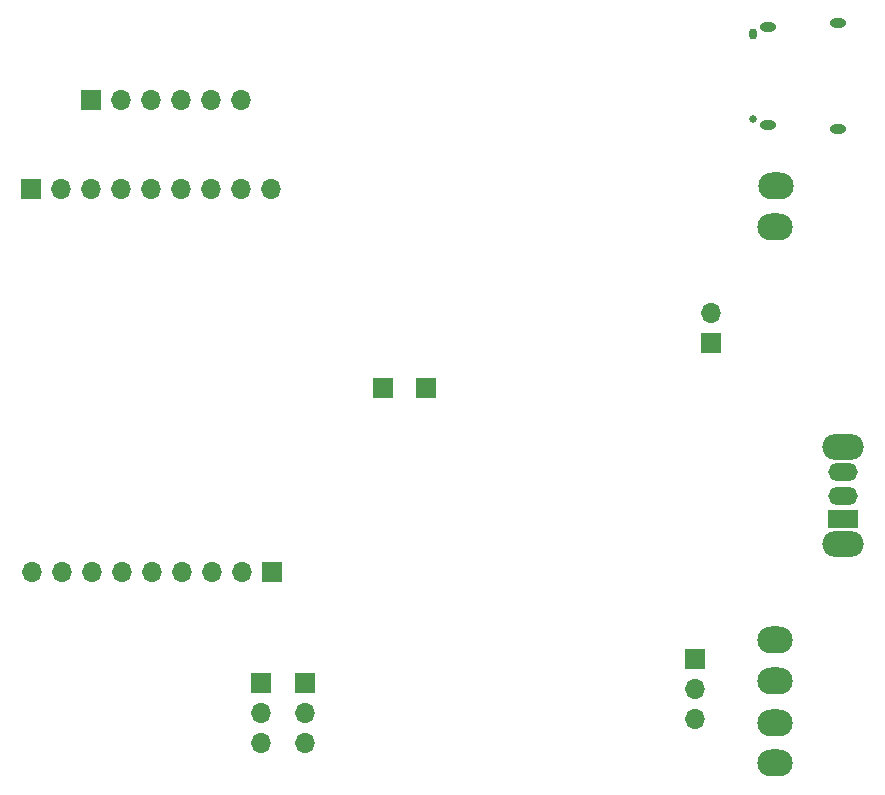
<source format=gbr>
G04 #@! TF.GenerationSoftware,KiCad,Pcbnew,6.99.0-unknown-70a038877e~161~ubuntu22.04.1*
G04 #@! TF.CreationDate,2023-01-18T15:13:40+00:00*
G04 #@! TF.ProjectId,MyBikesGotLED,4d794269-6b65-4734-976f-744c45442e6b,rev?*
G04 #@! TF.SameCoordinates,PX586a470PY296c010*
G04 #@! TF.FileFunction,Soldermask,Bot*
G04 #@! TF.FilePolarity,Negative*
%FSLAX46Y46*%
G04 Gerber Fmt 4.6, Leading zero omitted, Abs format (unit mm)*
G04 Created by KiCad (PCBNEW 6.99.0-unknown-70a038877e~161~ubuntu22.04.1) date 2023-01-18 15:13:40*
%MOMM*%
%LPD*%
G01*
G04 APERTURE LIST*
%ADD10R,1.700000X1.700000*%
%ADD11O,1.700000X1.700000*%
%ADD12C,0.650000*%
%ADD13O,0.650000X0.950000*%
%ADD14O,1.400000X0.800000*%
%ADD15O,3.500000X2.200000*%
%ADD16R,2.500000X1.500000*%
%ADD17O,2.500000X1.500000*%
%ADD18O,3.000000X2.286000*%
G04 APERTURE END LIST*
D10*
X66259999Y-64405999D03*
D11*
X66259999Y-66945999D03*
X66259999Y-69485999D03*
D10*
X39859999Y-41405999D03*
X43519999Y-41405999D03*
D12*
X71200000Y-18636000D03*
D13*
X71199999Y-11435999D03*
D14*
X78399999Y-19525999D03*
X72449999Y-19165999D03*
X72449999Y-10905999D03*
X78399999Y-10545999D03*
D15*
X78849999Y-54665999D03*
X78849999Y-46465999D03*
D16*
X78849999Y-52565999D03*
D17*
X78849999Y-50565999D03*
X78849999Y-48565999D03*
D10*
X33239999Y-66395999D03*
D11*
X33239999Y-68935999D03*
X33239999Y-71475999D03*
D18*
X73069999Y-62755999D03*
X73042032Y-66251842D03*
X73042032Y-69803617D03*
X73042032Y-73159626D03*
X73138204Y-24347169D03*
X73110237Y-27843012D03*
D10*
X29589999Y-66395999D03*
D11*
X29589999Y-68935999D03*
X29589999Y-71475999D03*
D10*
X67619999Y-37630999D03*
D11*
X67619999Y-35090999D03*
D10*
X15199999Y-17065999D03*
D11*
X17739999Y-17065999D03*
X20279999Y-17065999D03*
X22819999Y-17065999D03*
X25359999Y-17065999D03*
X27899999Y-17065999D03*
D10*
X30499999Y-57015999D03*
D11*
X27959999Y-57015999D03*
X25419999Y-57015999D03*
X22879999Y-57015999D03*
X20339999Y-57015999D03*
X17799999Y-57015999D03*
X15259999Y-57015999D03*
X12719999Y-57015999D03*
X10179999Y-57015999D03*
D10*
X10089999Y-24625999D03*
D11*
X12629999Y-24625999D03*
X15169999Y-24625999D03*
X17709999Y-24625999D03*
X20249999Y-24625999D03*
X22789999Y-24625999D03*
X25329999Y-24625999D03*
X27869999Y-24625999D03*
X30409999Y-24625999D03*
M02*

</source>
